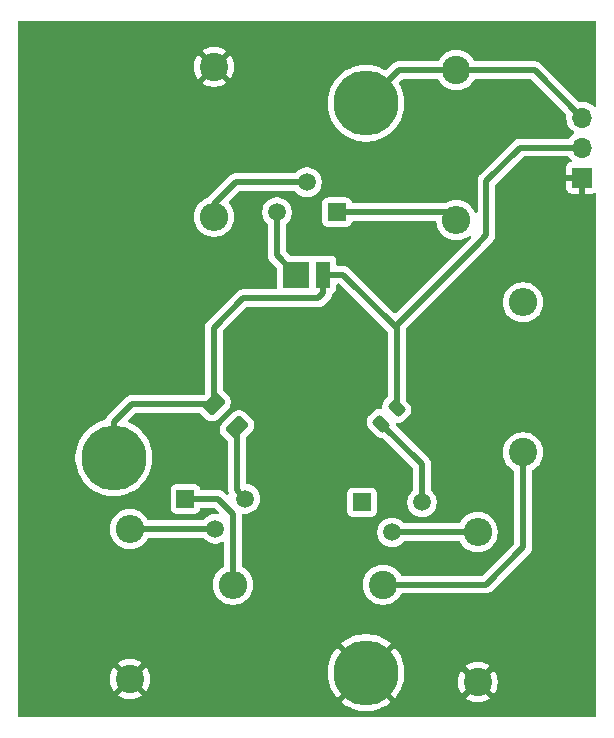
<source format=gtl>
G04 #@! TF.GenerationSoftware,KiCad,Pcbnew,9.0.0*
G04 #@! TF.CreationDate,2025-04-29T16:13:28+03:00*
G04 #@! TF.ProjectId,LED-BOARD,4c45442d-424f-4415-9244-2e6b69636164,rev?*
G04 #@! TF.SameCoordinates,Original*
G04 #@! TF.FileFunction,Copper,L1,Top*
G04 #@! TF.FilePolarity,Positive*
%FSLAX46Y46*%
G04 Gerber Fmt 4.6, Leading zero omitted, Abs format (unit mm)*
G04 Created by KiCad (PCBNEW 9.0.0) date 2025-04-29 16:13:28*
%MOMM*%
%LPD*%
G01*
G04 APERTURE LIST*
G04 Aperture macros list*
%AMRoundRect*
0 Rectangle with rounded corners*
0 $1 Rounding radius*
0 $2 $3 $4 $5 $6 $7 $8 $9 X,Y pos of 4 corners*
0 Add a 4 corners polygon primitive as box body*
4,1,4,$2,$3,$4,$5,$6,$7,$8,$9,$2,$3,0*
0 Add four circle primitives for the rounded corners*
1,1,$1+$1,$2,$3*
1,1,$1+$1,$4,$5*
1,1,$1+$1,$6,$7*
1,1,$1+$1,$8,$9*
0 Add four rect primitives between the rounded corners*
20,1,$1+$1,$2,$3,$4,$5,0*
20,1,$1+$1,$4,$5,$6,$7,0*
20,1,$1+$1,$6,$7,$8,$9,0*
20,1,$1+$1,$8,$9,$2,$3,0*%
G04 Aperture macros list end*
G04 #@! TA.AperFunction,ComponentPad*
%ADD10C,5.500000*%
G04 #@! TD*
G04 #@! TA.AperFunction,ComponentPad*
%ADD11C,2.400000*%
G04 #@! TD*
G04 #@! TA.AperFunction,ComponentPad*
%ADD12O,2.400000X2.400000*%
G04 #@! TD*
G04 #@! TA.AperFunction,ComponentPad*
%ADD13R,1.500000X1.500000*%
G04 #@! TD*
G04 #@! TA.AperFunction,ComponentPad*
%ADD14C,1.500000*%
G04 #@! TD*
G04 #@! TA.AperFunction,SMDPad,CuDef*
%ADD15RoundRect,0.250000X0.707107X0.176777X0.176777X0.707107X-0.707107X-0.176777X-0.176777X-0.707107X0*%
G04 #@! TD*
G04 #@! TA.AperFunction,ComponentPad*
%ADD16R,1.700000X1.700000*%
G04 #@! TD*
G04 #@! TA.AperFunction,ComponentPad*
%ADD17O,1.700000X1.700000*%
G04 #@! TD*
G04 #@! TA.AperFunction,SMDPad,CuDef*
%ADD18R,2.200000X2.200000*%
G04 #@! TD*
G04 #@! TA.AperFunction,SMDPad,CuDef*
%ADD19R,1.250000X2.200000*%
G04 #@! TD*
G04 #@! TA.AperFunction,SMDPad,CuDef*
%ADD20RoundRect,0.243750X0.150260X-0.494975X0.494975X-0.150260X-0.150260X0.494975X-0.494975X0.150260X0*%
G04 #@! TD*
G04 #@! TA.AperFunction,Conductor*
%ADD21C,0.500000*%
G04 #@! TD*
G04 APERTURE END LIST*
D10*
X128150000Y-64050000D03*
D11*
X141450000Y-93600000D03*
D12*
X141450000Y-80900000D03*
D13*
X125690000Y-73270000D03*
D14*
X123150000Y-70730000D03*
X120609999Y-73270001D03*
D11*
X137600000Y-113050000D03*
D12*
X137600000Y-100350000D03*
D15*
X117239950Y-91489949D03*
X115260050Y-89510051D03*
D11*
X135800000Y-61250000D03*
D12*
X135800000Y-73950000D03*
D13*
X127810001Y-97830000D03*
D14*
X130350001Y-100370000D03*
X132890001Y-97830001D03*
D13*
X112860000Y-97530001D03*
D14*
X115400000Y-100070001D03*
X117940002Y-97529999D03*
D11*
X129600000Y-104799999D03*
D12*
X116900000Y-104799999D03*
D11*
X108150000Y-112800000D03*
D12*
X108150000Y-100100000D03*
D11*
X115300000Y-60950000D03*
D12*
X115300000Y-73650000D03*
D10*
X128150000Y-112250000D03*
D16*
X146450000Y-70340000D03*
D17*
X146450000Y-67800000D03*
X146449999Y-65259999D03*
D18*
X122250000Y-78550000D03*
D19*
X124525000Y-78550000D03*
D20*
X129437088Y-91162913D03*
X130762912Y-89837087D03*
D10*
X106800000Y-94050000D03*
D21*
X115300000Y-72550000D02*
X115300000Y-73650000D01*
X117120000Y-70730000D02*
X115300000Y-72550000D01*
X123150000Y-70730000D02*
X117120000Y-70730000D01*
X135120000Y-73270000D02*
X135800000Y-73950000D01*
X125690000Y-73270000D02*
X135120000Y-73270000D01*
X137580000Y-100370000D02*
X137600000Y-100350000D01*
X130350001Y-100370000D02*
X137580000Y-100370000D01*
X108179999Y-100070001D02*
X108150000Y-100100000D01*
X115400000Y-100070001D02*
X108179999Y-100070001D01*
X115630001Y-97530001D02*
X116900000Y-98800000D01*
X112860000Y-97530001D02*
X115630001Y-97530001D01*
X116900000Y-98800000D02*
X116900000Y-104799999D01*
X141450000Y-93600000D02*
X141450000Y-101650000D01*
X146449999Y-65259999D02*
X142440000Y-61250000D01*
X135800000Y-61250000D02*
X130950000Y-61250000D01*
X142440000Y-61250000D02*
X135800000Y-61250000D01*
X130950000Y-61250000D02*
X128150000Y-64050000D01*
X138300001Y-104799999D02*
X129600000Y-104799999D01*
X141450000Y-101650000D02*
X138300001Y-104799999D01*
X120609999Y-73270001D02*
X120609999Y-76909999D01*
X120609999Y-76909999D02*
X122250000Y-78550000D01*
X132890001Y-94615826D02*
X132890001Y-97830001D01*
X129437088Y-91162913D02*
X132890001Y-94615826D01*
X117239950Y-91489949D02*
X117239950Y-96829947D01*
X117239950Y-96829947D02*
X117940002Y-97529999D01*
X130762912Y-89837087D02*
X130762912Y-83112912D01*
X108339949Y-89510051D02*
X106800000Y-91050000D01*
X124525000Y-80150000D02*
X124525000Y-78550000D01*
X137450000Y-76100000D02*
X130762912Y-82787088D01*
X124125000Y-80550000D02*
X124525000Y-80150000D01*
X106800000Y-91050000D02*
X106800000Y-94050000D01*
X146450000Y-67800000D02*
X141150000Y-67800000D01*
X138350000Y-75200000D02*
X137450000Y-76100000D01*
X115260050Y-89510051D02*
X108339949Y-89510051D01*
X130762912Y-82787088D02*
X130762912Y-83112912D01*
X126200000Y-78550000D02*
X124525000Y-78550000D01*
X130762912Y-83112912D02*
X126200000Y-78550000D01*
X117750000Y-80550000D02*
X124125000Y-80550000D01*
X141150000Y-67800000D02*
X138350000Y-70600000D01*
X115260050Y-83039950D02*
X117750000Y-80550000D01*
X138350000Y-70600000D02*
X138350000Y-75200000D01*
X115260050Y-89510051D02*
X115260050Y-83039950D01*
G04 #@! TA.AperFunction,Conductor*
G36*
X147592539Y-57070185D02*
G01*
X147638294Y-57122989D01*
X147649500Y-57174500D01*
X147649500Y-64250242D01*
X147629815Y-64317281D01*
X147577011Y-64363036D01*
X147507853Y-64372980D01*
X147444297Y-64343955D01*
X147437819Y-64337923D01*
X147329785Y-64229889D01*
X147157819Y-64104950D01*
X146968413Y-64008443D01*
X146968412Y-64008442D01*
X146968411Y-64008442D01*
X146766242Y-63942753D01*
X146766240Y-63942752D01*
X146766239Y-63942752D01*
X146595191Y-63915661D01*
X146556286Y-63909499D01*
X146343712Y-63909499D01*
X146343707Y-63909499D01*
X146248270Y-63924615D01*
X146178977Y-63915661D01*
X146141191Y-63889823D01*
X142918421Y-60667052D01*
X142918414Y-60667046D01*
X142844729Y-60617812D01*
X142844729Y-60617813D01*
X142795491Y-60584913D01*
X142658917Y-60528343D01*
X142658907Y-60528340D01*
X142513920Y-60499500D01*
X142513918Y-60499500D01*
X137401859Y-60499500D01*
X137334820Y-60479815D01*
X137294472Y-60437501D01*
X137216948Y-60303226D01*
X137177867Y-60252294D01*
X137081248Y-60126377D01*
X137081242Y-60126370D01*
X136923629Y-59968757D01*
X136923622Y-59968751D01*
X136746782Y-59833058D01*
X136746780Y-59833057D01*
X136746774Y-59833052D01*
X136553726Y-59721595D01*
X136553722Y-59721593D01*
X136347790Y-59636293D01*
X136347783Y-59636291D01*
X136347781Y-59636290D01*
X136132463Y-59578596D01*
X136132457Y-59578595D01*
X136132452Y-59578594D01*
X135911466Y-59549501D01*
X135911463Y-59549500D01*
X135911457Y-59549500D01*
X135688543Y-59549500D01*
X135688537Y-59549500D01*
X135688533Y-59549501D01*
X135467547Y-59578594D01*
X135467540Y-59578595D01*
X135467537Y-59578596D01*
X135252219Y-59636290D01*
X135252209Y-59636293D01*
X135046277Y-59721593D01*
X135046273Y-59721595D01*
X134853226Y-59833052D01*
X134853217Y-59833058D01*
X134676377Y-59968751D01*
X134676370Y-59968757D01*
X134518757Y-60126370D01*
X134518751Y-60126377D01*
X134383058Y-60303217D01*
X134383052Y-60303226D01*
X134325805Y-60402381D01*
X134305528Y-60437501D01*
X134254961Y-60485716D01*
X134198141Y-60499500D01*
X130876080Y-60499500D01*
X130731092Y-60528340D01*
X130731086Y-60528342D01*
X130594508Y-60584914D01*
X130594496Y-60584921D01*
X130545270Y-60617811D01*
X130545271Y-60617812D01*
X130471581Y-60667049D01*
X129925237Y-61213393D01*
X129863914Y-61246878D01*
X129794222Y-61241894D01*
X129779103Y-61235070D01*
X129541451Y-61108042D01*
X129541446Y-61108040D01*
X129246382Y-60985820D01*
X128940754Y-60893109D01*
X128627521Y-60830803D01*
X128627522Y-60830803D01*
X128388141Y-60807227D01*
X128309687Y-60799500D01*
X127990313Y-60799500D01*
X127917822Y-60806639D01*
X127672477Y-60830803D01*
X127359245Y-60893109D01*
X127053617Y-60985820D01*
X126758553Y-61108040D01*
X126758548Y-61108042D01*
X126476905Y-61258584D01*
X126476877Y-61258601D01*
X126211361Y-61436012D01*
X126211338Y-61436029D01*
X125964459Y-61638638D01*
X125738638Y-61864459D01*
X125536029Y-62111338D01*
X125536012Y-62111361D01*
X125358601Y-62376877D01*
X125358584Y-62376905D01*
X125208042Y-62658548D01*
X125208040Y-62658553D01*
X125085820Y-62953617D01*
X124993109Y-63259245D01*
X124930803Y-63572477D01*
X124906639Y-63817822D01*
X124899500Y-63890313D01*
X124899500Y-64209687D01*
X124909019Y-64306340D01*
X124930803Y-64527522D01*
X124993109Y-64840754D01*
X125085820Y-65146382D01*
X125208040Y-65441446D01*
X125208042Y-65441451D01*
X125358584Y-65723094D01*
X125358601Y-65723122D01*
X125536012Y-65988638D01*
X125536029Y-65988661D01*
X125738638Y-66235540D01*
X125964459Y-66461361D01*
X125964464Y-66461365D01*
X125964465Y-66461366D01*
X126211344Y-66663975D01*
X126211351Y-66663980D01*
X126211361Y-66663987D01*
X126476877Y-66841398D01*
X126476882Y-66841401D01*
X126476894Y-66841409D01*
X126476903Y-66841413D01*
X126476905Y-66841415D01*
X126758548Y-66991957D01*
X126758550Y-66991957D01*
X126758556Y-66991961D01*
X127053619Y-67114180D01*
X127359240Y-67206889D01*
X127672477Y-67269196D01*
X127990313Y-67300500D01*
X127990316Y-67300500D01*
X128309684Y-67300500D01*
X128309687Y-67300500D01*
X128627523Y-67269196D01*
X128940760Y-67206889D01*
X129246381Y-67114180D01*
X129541444Y-66991961D01*
X129823106Y-66841409D01*
X130088656Y-66663975D01*
X130335535Y-66461366D01*
X130561366Y-66235535D01*
X130763975Y-65988656D01*
X130941409Y-65723106D01*
X131091961Y-65441444D01*
X131214180Y-65146381D01*
X131306889Y-64840760D01*
X131369196Y-64527523D01*
X131400500Y-64209687D01*
X131400500Y-63890313D01*
X131369196Y-63572477D01*
X131306889Y-63259240D01*
X131214180Y-62953619D01*
X131091961Y-62658556D01*
X130964927Y-62420894D01*
X130950686Y-62352493D01*
X130975686Y-62287249D01*
X130986589Y-62274777D01*
X131224550Y-62036816D01*
X131285872Y-62003334D01*
X131312230Y-62000500D01*
X134198141Y-62000500D01*
X134265180Y-62020185D01*
X134305527Y-62062498D01*
X134383052Y-62196774D01*
X134383057Y-62196780D01*
X134383058Y-62196782D01*
X134518751Y-62373622D01*
X134518757Y-62373629D01*
X134676370Y-62531242D01*
X134676376Y-62531247D01*
X134853226Y-62666948D01*
X135046274Y-62778405D01*
X135252219Y-62863710D01*
X135467537Y-62921404D01*
X135688543Y-62950500D01*
X135688550Y-62950500D01*
X135911450Y-62950500D01*
X135911457Y-62950500D01*
X136132463Y-62921404D01*
X136347781Y-62863710D01*
X136553726Y-62778405D01*
X136746774Y-62666948D01*
X136923624Y-62531247D01*
X137081247Y-62373624D01*
X137216948Y-62196774D01*
X137294472Y-62062498D01*
X137345039Y-62014284D01*
X137401859Y-62000500D01*
X142077770Y-62000500D01*
X142144809Y-62020185D01*
X142165451Y-62036819D01*
X145079823Y-64951191D01*
X145113308Y-65012514D01*
X145114615Y-65058270D01*
X145099499Y-65153706D01*
X145099499Y-65153712D01*
X145099499Y-65366286D01*
X145132753Y-65576242D01*
X145180477Y-65723122D01*
X145198443Y-65778413D01*
X145294950Y-65967819D01*
X145419889Y-66139785D01*
X145570212Y-66290108D01*
X145742178Y-66415047D01*
X145742180Y-66415048D01*
X145742183Y-66415050D01*
X145750944Y-66419513D01*
X145801740Y-66467487D01*
X145818536Y-66535307D01*
X145796000Y-66601443D01*
X145750953Y-66640480D01*
X145742181Y-66644950D01*
X145570213Y-66769890D01*
X145419892Y-66920211D01*
X145363097Y-66998385D01*
X145307767Y-67041051D01*
X145262779Y-67049500D01*
X141076080Y-67049500D01*
X140931092Y-67078340D01*
X140931082Y-67078343D01*
X140794509Y-67134913D01*
X140794507Y-67134914D01*
X140753645Y-67162218D01*
X140753643Y-67162219D01*
X140671589Y-67217043D01*
X140671584Y-67217047D01*
X137767047Y-70121584D01*
X137767043Y-70121589D01*
X137744076Y-70155964D01*
X137744076Y-70155965D01*
X137684913Y-70244508D01*
X137628343Y-70381082D01*
X137628340Y-70381092D01*
X137599500Y-70526079D01*
X137599500Y-73227364D01*
X137579815Y-73294403D01*
X137527011Y-73340158D01*
X137457853Y-73350102D01*
X137394297Y-73321077D01*
X137360939Y-73274817D01*
X137328406Y-73196277D01*
X137328405Y-73196274D01*
X137216948Y-73003226D01*
X137081247Y-72826376D01*
X137081242Y-72826370D01*
X136923629Y-72668757D01*
X136923622Y-72668751D01*
X136746782Y-72533058D01*
X136746780Y-72533057D01*
X136746774Y-72533052D01*
X136553726Y-72421595D01*
X136553722Y-72421593D01*
X136347790Y-72336293D01*
X136347783Y-72336291D01*
X136347781Y-72336290D01*
X136132463Y-72278596D01*
X136132457Y-72278595D01*
X136132452Y-72278594D01*
X135911466Y-72249501D01*
X135911463Y-72249500D01*
X135911457Y-72249500D01*
X135688543Y-72249500D01*
X135688537Y-72249500D01*
X135688533Y-72249501D01*
X135467547Y-72278594D01*
X135467540Y-72278595D01*
X135467537Y-72278596D01*
X135327297Y-72316173D01*
X135252219Y-72336290D01*
X135252209Y-72336293D01*
X135046277Y-72421593D01*
X135046273Y-72421595D01*
X134987804Y-72455353D01*
X134905472Y-72502887D01*
X134843473Y-72519500D01*
X127056977Y-72519500D01*
X126989938Y-72499815D01*
X126944183Y-72447011D01*
X126936733Y-72419865D01*
X126935876Y-72420068D01*
X126934092Y-72412520D01*
X126883797Y-72277671D01*
X126883793Y-72277664D01*
X126797547Y-72162455D01*
X126797544Y-72162452D01*
X126682335Y-72076206D01*
X126682328Y-72076202D01*
X126547482Y-72025908D01*
X126547483Y-72025908D01*
X126487883Y-72019501D01*
X126487881Y-72019500D01*
X126487873Y-72019500D01*
X126487864Y-72019500D01*
X124892129Y-72019500D01*
X124892123Y-72019501D01*
X124832516Y-72025908D01*
X124697671Y-72076202D01*
X124697664Y-72076206D01*
X124582455Y-72162452D01*
X124582452Y-72162455D01*
X124496206Y-72277664D01*
X124496202Y-72277671D01*
X124445908Y-72412517D01*
X124439501Y-72472116D01*
X124439500Y-72472135D01*
X124439500Y-74067870D01*
X124439501Y-74067876D01*
X124445908Y-74127483D01*
X124496202Y-74262328D01*
X124496206Y-74262335D01*
X124582452Y-74377544D01*
X124582455Y-74377547D01*
X124697664Y-74463793D01*
X124697671Y-74463797D01*
X124832517Y-74514091D01*
X124832516Y-74514091D01*
X124839444Y-74514835D01*
X124892127Y-74520500D01*
X126487872Y-74520499D01*
X126547483Y-74514091D01*
X126682331Y-74463796D01*
X126797546Y-74377546D01*
X126883796Y-74262331D01*
X126934091Y-74127483D01*
X126934091Y-74127481D01*
X126935874Y-74119938D01*
X126938146Y-74120474D01*
X126960429Y-74066688D01*
X127017823Y-74026843D01*
X127056976Y-74020500D01*
X133985363Y-74020500D01*
X134052402Y-74040185D01*
X134098157Y-74092989D01*
X134108302Y-74128315D01*
X134128594Y-74282452D01*
X134128595Y-74282457D01*
X134128596Y-74282463D01*
X134177183Y-74463793D01*
X134186290Y-74497780D01*
X134186293Y-74497790D01*
X134271591Y-74703717D01*
X134271595Y-74703726D01*
X134383052Y-74896774D01*
X134383057Y-74896780D01*
X134383058Y-74896782D01*
X134518751Y-75073622D01*
X134518757Y-75073629D01*
X134676370Y-75231242D01*
X134676377Y-75231248D01*
X134793869Y-75321402D01*
X134853226Y-75366948D01*
X135046274Y-75478405D01*
X135176140Y-75532197D01*
X135232400Y-75555501D01*
X135252219Y-75563710D01*
X135467537Y-75621404D01*
X135688543Y-75650500D01*
X135688550Y-75650500D01*
X135911450Y-75650500D01*
X135911457Y-75650500D01*
X136132463Y-75621404D01*
X136347781Y-75563710D01*
X136553726Y-75478405D01*
X136746774Y-75366948D01*
X136857167Y-75282240D01*
X136882477Y-75272456D01*
X136906293Y-75259452D01*
X136914582Y-75260044D01*
X136922334Y-75257048D01*
X136948917Y-75262500D01*
X136975984Y-75264436D01*
X136982636Y-75269416D01*
X136990778Y-75271086D01*
X137010192Y-75290043D01*
X137031918Y-75306307D01*
X137034822Y-75314094D01*
X137040768Y-75319900D01*
X137046851Y-75346346D01*
X137056335Y-75371772D01*
X137054568Y-75379891D01*
X137056432Y-75387991D01*
X137047251Y-75413529D01*
X137041483Y-75440045D01*
X137034241Y-75449719D01*
X137032795Y-75453742D01*
X137020333Y-75468299D01*
X136867048Y-75621584D01*
X136867047Y-75621584D01*
X136867046Y-75621585D01*
X136867046Y-75621586D01*
X130687681Y-81800950D01*
X130626358Y-81834435D01*
X130556666Y-81829451D01*
X130512319Y-81800950D01*
X126678421Y-77967052D01*
X126678414Y-77967046D01*
X126604729Y-77917812D01*
X126604729Y-77917813D01*
X126555491Y-77884913D01*
X126418917Y-77828343D01*
X126418907Y-77828340D01*
X126273920Y-77799500D01*
X126273918Y-77799500D01*
X125774499Y-77799500D01*
X125707460Y-77779815D01*
X125661705Y-77727011D01*
X125650499Y-77675500D01*
X125650499Y-77402129D01*
X125650498Y-77402123D01*
X125649024Y-77388413D01*
X125644091Y-77342517D01*
X125633726Y-77314728D01*
X125593797Y-77207671D01*
X125593793Y-77207664D01*
X125507547Y-77092455D01*
X125507544Y-77092452D01*
X125392335Y-77006206D01*
X125392328Y-77006202D01*
X125257482Y-76955908D01*
X125257483Y-76955908D01*
X125197883Y-76949501D01*
X125197881Y-76949500D01*
X125197873Y-76949500D01*
X125197864Y-76949500D01*
X123852129Y-76949500D01*
X123852123Y-76949501D01*
X123792516Y-76955908D01*
X123668333Y-77002226D01*
X123598641Y-77007210D01*
X123581667Y-77002226D01*
X123457482Y-76955908D01*
X123457483Y-76955908D01*
X123397883Y-76949501D01*
X123397881Y-76949500D01*
X123397873Y-76949500D01*
X123397865Y-76949500D01*
X121762230Y-76949500D01*
X121695191Y-76929815D01*
X121674549Y-76913181D01*
X121396818Y-76635450D01*
X121363333Y-76574127D01*
X121360499Y-76547769D01*
X121360499Y-74333614D01*
X121380184Y-74266575D01*
X121411612Y-74233297D01*
X121424645Y-74223829D01*
X121563827Y-74084647D01*
X121679523Y-73925406D01*
X121768883Y-73750026D01*
X121829708Y-73562827D01*
X121855146Y-73402219D01*
X121860499Y-73368423D01*
X121860499Y-73171578D01*
X121829708Y-72977174D01*
X121768881Y-72789971D01*
X121679522Y-72614595D01*
X121563827Y-72455355D01*
X121424645Y-72316173D01*
X121265404Y-72200477D01*
X121090028Y-72111118D01*
X120902825Y-72050291D01*
X120708421Y-72019501D01*
X120708416Y-72019501D01*
X120511582Y-72019501D01*
X120511577Y-72019501D01*
X120317172Y-72050291D01*
X120129969Y-72111118D01*
X119954593Y-72200477D01*
X119863740Y-72266486D01*
X119795353Y-72316173D01*
X119795351Y-72316175D01*
X119795350Y-72316175D01*
X119656173Y-72455352D01*
X119656173Y-72455353D01*
X119656171Y-72455355D01*
X119643985Y-72472128D01*
X119540475Y-72614595D01*
X119451116Y-72789971D01*
X119390289Y-72977174D01*
X119359499Y-73171578D01*
X119359499Y-73368423D01*
X119390289Y-73562827D01*
X119451116Y-73750030D01*
X119496216Y-73838543D01*
X119540475Y-73925406D01*
X119656171Y-74084647D01*
X119795353Y-74223829D01*
X119808384Y-74233296D01*
X119851049Y-74288623D01*
X119859499Y-74333614D01*
X119859499Y-76983917D01*
X119859499Y-76983919D01*
X119859498Y-76983919D01*
X119888339Y-77128906D01*
X119888342Y-77128916D01*
X119944913Y-77265491D01*
X119977811Y-77314726D01*
X119977812Y-77314729D01*
X120027045Y-77388413D01*
X120027051Y-77388420D01*
X120613181Y-77974548D01*
X120646666Y-78035871D01*
X120649500Y-78062229D01*
X120649501Y-79675500D01*
X120629816Y-79742539D01*
X120577013Y-79788294D01*
X120525501Y-79799500D01*
X117676080Y-79799500D01*
X117531092Y-79828340D01*
X117531082Y-79828343D01*
X117394509Y-79884913D01*
X117394507Y-79884914D01*
X117387143Y-79889835D01*
X117383408Y-79892331D01*
X117271579Y-79967051D01*
X114677099Y-82561531D01*
X114628346Y-82634495D01*
X114628347Y-82634496D01*
X114594968Y-82684451D01*
X114594964Y-82684458D01*
X114538392Y-82821036D01*
X114538390Y-82821042D01*
X114509550Y-82966029D01*
X114509550Y-88617491D01*
X114500906Y-88646925D01*
X114494384Y-88676915D01*
X114490627Y-88681933D01*
X114489865Y-88684530D01*
X114473234Y-88705170D01*
X114455175Y-88723230D01*
X114393852Y-88756716D01*
X114367491Y-88759551D01*
X108266025Y-88759551D01*
X108237191Y-88765285D01*
X108237192Y-88765286D01*
X108121042Y-88788390D01*
X108121032Y-88788393D01*
X108041030Y-88821530D01*
X108041031Y-88821531D01*
X107984451Y-88844968D01*
X107935218Y-88877864D01*
X107861537Y-88927095D01*
X107861529Y-88927101D01*
X106217048Y-90571583D01*
X106197464Y-90600895D01*
X106197463Y-90600896D01*
X106134914Y-90694506D01*
X106081332Y-90823866D01*
X106037491Y-90878270D01*
X106002767Y-90895073D01*
X105703623Y-90985818D01*
X105408553Y-91108040D01*
X105408548Y-91108042D01*
X105126905Y-91258584D01*
X105126877Y-91258601D01*
X104861361Y-91436012D01*
X104861338Y-91436029D01*
X104614459Y-91638638D01*
X104388638Y-91864459D01*
X104186029Y-92111338D01*
X104186012Y-92111361D01*
X104008601Y-92376877D01*
X104008584Y-92376905D01*
X103858042Y-92658548D01*
X103858040Y-92658553D01*
X103735820Y-92953617D01*
X103643109Y-93259245D01*
X103580803Y-93572477D01*
X103549500Y-93890316D01*
X103549500Y-94209683D01*
X103580803Y-94527522D01*
X103643109Y-94840754D01*
X103735820Y-95146382D01*
X103858040Y-95441446D01*
X103858042Y-95441451D01*
X104008584Y-95723094D01*
X104008601Y-95723122D01*
X104186012Y-95988638D01*
X104186029Y-95988661D01*
X104388638Y-96235540D01*
X104614459Y-96461361D01*
X104614464Y-96461365D01*
X104614465Y-96461366D01*
X104861344Y-96663975D01*
X104861351Y-96663980D01*
X104861361Y-96663987D01*
X105126877Y-96841398D01*
X105126882Y-96841401D01*
X105126894Y-96841409D01*
X105126903Y-96841413D01*
X105126905Y-96841415D01*
X105408548Y-96991957D01*
X105408550Y-96991957D01*
X105408556Y-96991961D01*
X105703619Y-97114180D01*
X106009240Y-97206889D01*
X106322477Y-97269196D01*
X106640313Y-97300500D01*
X106640316Y-97300500D01*
X106959684Y-97300500D01*
X106959687Y-97300500D01*
X107277523Y-97269196D01*
X107590760Y-97206889D01*
X107896381Y-97114180D01*
X108191444Y-96991961D01*
X108473106Y-96841409D01*
X108738656Y-96663975D01*
X108985535Y-96461366D01*
X109211366Y-96235535D01*
X109413975Y-95988656D01*
X109591409Y-95723106D01*
X109741961Y-95441444D01*
X109864180Y-95146381D01*
X109956889Y-94840760D01*
X110019196Y-94527523D01*
X110050500Y-94209687D01*
X110050500Y-93890313D01*
X110019196Y-93572477D01*
X109956889Y-93259240D01*
X109864180Y-92953619D01*
X109741961Y-92658556D01*
X109739107Y-92653217D01*
X109591415Y-92376905D01*
X109591413Y-92376903D01*
X109591409Y-92376894D01*
X109591398Y-92376877D01*
X109413987Y-92111361D01*
X109413980Y-92111351D01*
X109413975Y-92111344D01*
X109211366Y-91864465D01*
X109211365Y-91864464D01*
X109211361Y-91864459D01*
X108985540Y-91638638D01*
X108738661Y-91436029D01*
X108738638Y-91436012D01*
X108473122Y-91258601D01*
X108473094Y-91258584D01*
X108191451Y-91108042D01*
X108191446Y-91108040D01*
X108171174Y-91099643D01*
X108088455Y-91065379D01*
X108034053Y-91021539D01*
X108011988Y-90955245D01*
X108029267Y-90887545D01*
X108048223Y-90863143D01*
X108614498Y-90296870D01*
X108675821Y-90263385D01*
X108702179Y-90260551D01*
X114013937Y-90260551D01*
X114080976Y-90280236D01*
X114101618Y-90296870D01*
X114587951Y-90783202D01*
X114637868Y-90823866D01*
X114668056Y-90848458D01*
X114668064Y-90848463D01*
X114824835Y-90927196D01*
X114824836Y-90927196D01*
X114824840Y-90927198D01*
X114995552Y-90967658D01*
X114995555Y-90967658D01*
X115170992Y-90967658D01*
X115170994Y-90967658D01*
X115341707Y-90927198D01*
X115498488Y-90848460D01*
X115578595Y-90783203D01*
X116533201Y-89828596D01*
X116598459Y-89748489D01*
X116677197Y-89591708D01*
X116717657Y-89420995D01*
X116717657Y-89245553D01*
X116677197Y-89074841D01*
X116677195Y-89074837D01*
X116677195Y-89074836D01*
X116598461Y-88918064D01*
X116598459Y-88918060D01*
X116533202Y-88837952D01*
X116046869Y-88351619D01*
X116013384Y-88290296D01*
X116010550Y-88263938D01*
X116010550Y-83402180D01*
X116030235Y-83335141D01*
X116046869Y-83314499D01*
X118024549Y-81336819D01*
X118085872Y-81303334D01*
X118112230Y-81300500D01*
X124198920Y-81300500D01*
X124296462Y-81281096D01*
X124343913Y-81271658D01*
X124480495Y-81215084D01*
X124529729Y-81182186D01*
X124603416Y-81132952D01*
X125107951Y-80628416D01*
X125190084Y-80505495D01*
X125246658Y-80368913D01*
X125275500Y-80223918D01*
X125275500Y-80223466D01*
X125275567Y-80223236D01*
X125276097Y-80217858D01*
X125277117Y-80217958D01*
X125295185Y-80156427D01*
X125347989Y-80110672D01*
X125356156Y-80107288D01*
X125392331Y-80093796D01*
X125507546Y-80007546D01*
X125593796Y-79892331D01*
X125644091Y-79757483D01*
X125650500Y-79697873D01*
X125650500Y-79424500D01*
X125653050Y-79415814D01*
X125651762Y-79406853D01*
X125662740Y-79382812D01*
X125670185Y-79357461D01*
X125677025Y-79351533D01*
X125680787Y-79343297D01*
X125703021Y-79329007D01*
X125722989Y-79311706D01*
X125733503Y-79309418D01*
X125739565Y-79305523D01*
X125774500Y-79300500D01*
X125837770Y-79300500D01*
X125904809Y-79320185D01*
X125925451Y-79336819D01*
X129976093Y-83387461D01*
X130009578Y-83448784D01*
X130012412Y-83475142D01*
X130012412Y-88838462D01*
X129992727Y-88905501D01*
X129976093Y-88926143D01*
X129706608Y-89195627D01*
X129706602Y-89195633D01*
X129681325Y-89226663D01*
X129641892Y-89275070D01*
X129602851Y-89352807D01*
X129563810Y-89430544D01*
X129548260Y-89496154D01*
X129525614Y-89591708D01*
X129523687Y-89599837D01*
X129523687Y-89773818D01*
X129523878Y-89774624D01*
X129523847Y-89775195D01*
X129524525Y-89780990D01*
X129523534Y-89781105D01*
X129520185Y-89844396D01*
X129479357Y-89901095D01*
X129414356Y-89926720D01*
X129381013Y-89924336D01*
X129380991Y-89924526D01*
X129376791Y-89924035D01*
X129374635Y-89923881D01*
X129373820Y-89923688D01*
X129373818Y-89923688D01*
X129199837Y-89923688D01*
X129086976Y-89950436D01*
X129030545Y-89963811D01*
X128988960Y-89984696D01*
X128875071Y-90041893D01*
X128837128Y-90072802D01*
X128795634Y-90106603D01*
X128380778Y-90521459D01*
X128351728Y-90557119D01*
X128316068Y-90600896D01*
X128269056Y-90694505D01*
X128237986Y-90756370D01*
X128231625Y-90783211D01*
X128197863Y-90925662D01*
X128197863Y-91099643D01*
X128237986Y-91268934D01*
X128316068Y-91424410D01*
X128380778Y-91503846D01*
X129096155Y-92219223D01*
X129175591Y-92283933D01*
X129331067Y-92362015D01*
X129500358Y-92402138D01*
X129563583Y-92402138D01*
X129630622Y-92421823D01*
X129651264Y-92438457D01*
X132103182Y-94890374D01*
X132136667Y-94951697D01*
X132139501Y-94978055D01*
X132139501Y-96766386D01*
X132119816Y-96833425D01*
X132088389Y-96866702D01*
X132075357Y-96876170D01*
X131936172Y-97015356D01*
X131820477Y-97174595D01*
X131731118Y-97349971D01*
X131670291Y-97537174D01*
X131639501Y-97731578D01*
X131639501Y-97928423D01*
X131670291Y-98122827D01*
X131731118Y-98310030D01*
X131819671Y-98483824D01*
X131820477Y-98485406D01*
X131936173Y-98644647D01*
X132075355Y-98783829D01*
X132234596Y-98899525D01*
X132257347Y-98911117D01*
X132409971Y-98988883D01*
X132409973Y-98988883D01*
X132409976Y-98988885D01*
X132510318Y-99021488D01*
X132597174Y-99049710D01*
X132791579Y-99080501D01*
X132791584Y-99080501D01*
X132988423Y-99080501D01*
X133182827Y-99049710D01*
X133370026Y-98988885D01*
X133545406Y-98899525D01*
X133704647Y-98783829D01*
X133843829Y-98644647D01*
X133959525Y-98485406D01*
X134048885Y-98310026D01*
X134109710Y-98122827D01*
X134140501Y-97928423D01*
X134140501Y-97731578D01*
X134109710Y-97537174D01*
X134081488Y-97450318D01*
X134048885Y-97349976D01*
X134048883Y-97349973D01*
X134048883Y-97349971D01*
X133990137Y-97234676D01*
X133959525Y-97174596D01*
X133843829Y-97015355D01*
X133704647Y-96876173D01*
X133704646Y-96876172D01*
X133704644Y-96876170D01*
X133691613Y-96866702D01*
X133648949Y-96811371D01*
X133640501Y-96766386D01*
X133640501Y-94541905D01*
X133611660Y-94396918D01*
X133611659Y-94396917D01*
X133611659Y-94396913D01*
X133611657Y-94396908D01*
X133555088Y-94260337D01*
X133555081Y-94260324D01*
X133472953Y-94137411D01*
X133472952Y-94137410D01*
X133368417Y-94032875D01*
X130712632Y-91377089D01*
X130699016Y-91352154D01*
X130682755Y-91328855D01*
X130681244Y-91319607D01*
X130679147Y-91315766D01*
X130676403Y-91294137D01*
X130676313Y-91291778D01*
X130676313Y-91226183D01*
X130673329Y-91213593D01*
X130672868Y-91201507D01*
X130678579Y-91178899D01*
X130679810Y-91155614D01*
X130686977Y-91145658D01*
X130689982Y-91133765D01*
X130707009Y-91117834D01*
X130720633Y-91098911D01*
X130732045Y-91094410D01*
X130741003Y-91086030D01*
X130763940Y-91081833D01*
X130785632Y-91073280D01*
X130803652Y-91074568D01*
X130809732Y-91073456D01*
X130814282Y-91075328D01*
X130818986Y-91075664D01*
X130819009Y-91075474D01*
X130823236Y-91075968D01*
X130825375Y-91076121D01*
X130826181Y-91076312D01*
X130826182Y-91076312D01*
X131000161Y-91076312D01*
X131000163Y-91076312D01*
X131169454Y-91036189D01*
X131324929Y-90958107D01*
X131404365Y-90893397D01*
X131819222Y-90478540D01*
X131883932Y-90399104D01*
X131962014Y-90243629D01*
X132002137Y-90074338D01*
X132002137Y-89900357D01*
X131962014Y-89731066D01*
X131883932Y-89575590D01*
X131819222Y-89496154D01*
X131549731Y-89226663D01*
X131516246Y-89165340D01*
X131513412Y-89138982D01*
X131513412Y-83149316D01*
X131533097Y-83082277D01*
X131549726Y-83061640D01*
X133822817Y-80788549D01*
X139749500Y-80788549D01*
X139749500Y-81011450D01*
X139749501Y-81011466D01*
X139778594Y-81232452D01*
X139778595Y-81232457D01*
X139778596Y-81232463D01*
X139797586Y-81303334D01*
X139836290Y-81447780D01*
X139836293Y-81447790D01*
X139921593Y-81653722D01*
X139921595Y-81653726D01*
X140033052Y-81846774D01*
X140033057Y-81846780D01*
X140033058Y-81846782D01*
X140168751Y-82023622D01*
X140168757Y-82023629D01*
X140326370Y-82181242D01*
X140326376Y-82181247D01*
X140503226Y-82316948D01*
X140696274Y-82428405D01*
X140902219Y-82513710D01*
X141117537Y-82571404D01*
X141338543Y-82600500D01*
X141338550Y-82600500D01*
X141561450Y-82600500D01*
X141561457Y-82600500D01*
X141782463Y-82571404D01*
X141997781Y-82513710D01*
X142203726Y-82428405D01*
X142396774Y-82316948D01*
X142573624Y-82181247D01*
X142731247Y-82023624D01*
X142866948Y-81846774D01*
X142978405Y-81653726D01*
X143063710Y-81447781D01*
X143121404Y-81232463D01*
X143150500Y-81011457D01*
X143150500Y-80788543D01*
X143121404Y-80567537D01*
X143063710Y-80352219D01*
X142978405Y-80146274D01*
X142866948Y-79953226D01*
X142814530Y-79884913D01*
X142731248Y-79776377D01*
X142731242Y-79776370D01*
X142573629Y-79618757D01*
X142573622Y-79618751D01*
X142396782Y-79483058D01*
X142396780Y-79483057D01*
X142396774Y-79483052D01*
X142203726Y-79371595D01*
X142203722Y-79371593D01*
X141997790Y-79286293D01*
X141997783Y-79286291D01*
X141997781Y-79286290D01*
X141782463Y-79228596D01*
X141782457Y-79228595D01*
X141782452Y-79228594D01*
X141561466Y-79199501D01*
X141561463Y-79199500D01*
X141561457Y-79199500D01*
X141338543Y-79199500D01*
X141338537Y-79199500D01*
X141338533Y-79199501D01*
X141117547Y-79228594D01*
X141117540Y-79228595D01*
X141117537Y-79228596D01*
X140902219Y-79286290D01*
X140902209Y-79286293D01*
X140696277Y-79371593D01*
X140696273Y-79371595D01*
X140503226Y-79483052D01*
X140503217Y-79483058D01*
X140326377Y-79618751D01*
X140326370Y-79618757D01*
X140168757Y-79776370D01*
X140168751Y-79776377D01*
X140033058Y-79953217D01*
X140033052Y-79953226D01*
X139921595Y-80146273D01*
X139921593Y-80146277D01*
X139836293Y-80352209D01*
X139836290Y-80352219D01*
X139795219Y-80505501D01*
X139778597Y-80567534D01*
X139778594Y-80567547D01*
X139749501Y-80788533D01*
X139749500Y-80788549D01*
X133822817Y-80788549D01*
X137918206Y-76693159D01*
X137918211Y-76693156D01*
X137928414Y-76682952D01*
X137928416Y-76682952D01*
X138932951Y-75678416D01*
X139015084Y-75555495D01*
X139071658Y-75418913D01*
X139091055Y-75321402D01*
X139100500Y-75273920D01*
X139100500Y-70962230D01*
X139120185Y-70895191D01*
X139136819Y-70874549D01*
X141424549Y-68586819D01*
X141485872Y-68553334D01*
X141512230Y-68550500D01*
X145262779Y-68550500D01*
X145329818Y-68570185D01*
X145363097Y-68601615D01*
X145419892Y-68679788D01*
X145533818Y-68793714D01*
X145567303Y-68855037D01*
X145562319Y-68924729D01*
X145520447Y-68980662D01*
X145489471Y-68997577D01*
X145357912Y-69046646D01*
X145357906Y-69046649D01*
X145242812Y-69132809D01*
X145242809Y-69132812D01*
X145156649Y-69247906D01*
X145156645Y-69247913D01*
X145106403Y-69382620D01*
X145106401Y-69382627D01*
X145100000Y-69442155D01*
X145100000Y-70090000D01*
X146016988Y-70090000D01*
X145984075Y-70147007D01*
X145950000Y-70274174D01*
X145950000Y-70405826D01*
X145984075Y-70532993D01*
X146016988Y-70590000D01*
X145100000Y-70590000D01*
X145100000Y-71237844D01*
X145106401Y-71297372D01*
X145106403Y-71297379D01*
X145156645Y-71432086D01*
X145156649Y-71432093D01*
X145242809Y-71547187D01*
X145242812Y-71547190D01*
X145357906Y-71633350D01*
X145357913Y-71633354D01*
X145492620Y-71683596D01*
X145492627Y-71683598D01*
X145552155Y-71689999D01*
X145552172Y-71690000D01*
X146200000Y-71690000D01*
X146200000Y-70773012D01*
X146257007Y-70805925D01*
X146384174Y-70840000D01*
X146515826Y-70840000D01*
X146642993Y-70805925D01*
X146700000Y-70773012D01*
X146700000Y-71690000D01*
X147347828Y-71690000D01*
X147347844Y-71689999D01*
X147407372Y-71683598D01*
X147407383Y-71683595D01*
X147482166Y-71655703D01*
X147551857Y-71650718D01*
X147613181Y-71684202D01*
X147646666Y-71745525D01*
X147649500Y-71771884D01*
X147649500Y-115925500D01*
X147629815Y-115992539D01*
X147577011Y-116038294D01*
X147525500Y-116049500D01*
X98774500Y-116049500D01*
X98707461Y-116029815D01*
X98661706Y-115977011D01*
X98650500Y-115925500D01*
X98650500Y-112688575D01*
X106450000Y-112688575D01*
X106450000Y-112911424D01*
X106479085Y-113132354D01*
X106479088Y-113132367D01*
X106536763Y-113347618D01*
X106622045Y-113553502D01*
X106622054Y-113553520D01*
X106733464Y-113746491D01*
X106733473Y-113746504D01*
X106784040Y-113812403D01*
X106784043Y-113812403D01*
X107585387Y-113011059D01*
X107590889Y-113031591D01*
X107669881Y-113168408D01*
X107781592Y-113280119D01*
X107918409Y-113359111D01*
X107938940Y-113364612D01*
X107137595Y-114165955D01*
X107137595Y-114165956D01*
X107203507Y-114216533D01*
X107396485Y-114327949D01*
X107396497Y-114327954D01*
X107602381Y-114413236D01*
X107817632Y-114470911D01*
X107817645Y-114470914D01*
X108038575Y-114500000D01*
X108261425Y-114500000D01*
X108482354Y-114470914D01*
X108482367Y-114470911D01*
X108697618Y-114413236D01*
X108903502Y-114327954D01*
X108903514Y-114327949D01*
X109096498Y-114216530D01*
X109162403Y-114165957D01*
X109162404Y-114165956D01*
X108361059Y-113364612D01*
X108381591Y-113359111D01*
X108518408Y-113280119D01*
X108630119Y-113168408D01*
X108709111Y-113031591D01*
X108714612Y-113011059D01*
X109515956Y-113812404D01*
X109515957Y-113812403D01*
X109566530Y-113746498D01*
X109677949Y-113553514D01*
X109677954Y-113553502D01*
X109763236Y-113347618D01*
X109820911Y-113132367D01*
X109820914Y-113132354D01*
X109850000Y-112911424D01*
X109850000Y-112688575D01*
X109820914Y-112467645D01*
X109820911Y-112467632D01*
X109763236Y-112252381D01*
X109714510Y-112134747D01*
X109696116Y-112090341D01*
X124900000Y-112090341D01*
X124900000Y-112409658D01*
X124931298Y-112727438D01*
X124931301Y-112727455D01*
X124993591Y-113040617D01*
X124993594Y-113040628D01*
X125086292Y-113346213D01*
X125208493Y-113641232D01*
X125208495Y-113641237D01*
X125359014Y-113922837D01*
X125359025Y-113922855D01*
X125536422Y-114188348D01*
X125536432Y-114188362D01*
X125681418Y-114365027D01*
X126855747Y-113190697D01*
X126929588Y-113292330D01*
X127107670Y-113470412D01*
X127209301Y-113544251D01*
X126034971Y-114718580D01*
X126034972Y-114718581D01*
X126211637Y-114863567D01*
X126211651Y-114863577D01*
X126477144Y-115040974D01*
X126477162Y-115040985D01*
X126758762Y-115191504D01*
X126758767Y-115191506D01*
X127053786Y-115313707D01*
X127359371Y-115406405D01*
X127359382Y-115406408D01*
X127672544Y-115468698D01*
X127672561Y-115468701D01*
X127990341Y-115500000D01*
X128309659Y-115500000D01*
X128627438Y-115468701D01*
X128627455Y-115468698D01*
X128940617Y-115406408D01*
X128940628Y-115406405D01*
X129246213Y-115313707D01*
X129541232Y-115191506D01*
X129541237Y-115191504D01*
X129822837Y-115040985D01*
X129822855Y-115040974D01*
X130088348Y-114863577D01*
X130088361Y-114863567D01*
X130265026Y-114718581D01*
X130265027Y-114718580D01*
X129090698Y-113544251D01*
X129192330Y-113470412D01*
X129370412Y-113292330D01*
X129444251Y-113190698D01*
X130618580Y-114365027D01*
X130618581Y-114365026D01*
X130680698Y-114289338D01*
X130763567Y-114188361D01*
X130763577Y-114188348D01*
X130940974Y-113922855D01*
X130940985Y-113922837D01*
X131091504Y-113641237D01*
X131091506Y-113641232D01*
X131213707Y-113346213D01*
X131306405Y-113040628D01*
X131306408Y-113040617D01*
X131326705Y-112938575D01*
X135900000Y-112938575D01*
X135900000Y-113161424D01*
X135929085Y-113382354D01*
X135929088Y-113382367D01*
X135986763Y-113597618D01*
X136072045Y-113803502D01*
X136072054Y-113803520D01*
X136183464Y-113996491D01*
X136183473Y-113996504D01*
X136234040Y-114062403D01*
X136234043Y-114062403D01*
X137035387Y-113261059D01*
X137040889Y-113281591D01*
X137119881Y-113418408D01*
X137231592Y-113530119D01*
X137368409Y-113609111D01*
X137388940Y-113614612D01*
X136587595Y-114415955D01*
X136587595Y-114415956D01*
X136653507Y-114466533D01*
X136846485Y-114577949D01*
X136846497Y-114577954D01*
X137052381Y-114663236D01*
X137267632Y-114720911D01*
X137267645Y-114720914D01*
X137488575Y-114750000D01*
X137711425Y-114750000D01*
X137932354Y-114720914D01*
X137932367Y-114720911D01*
X138147618Y-114663236D01*
X138353502Y-114577954D01*
X138353514Y-114577949D01*
X138546498Y-114466530D01*
X138612403Y-114415957D01*
X138612404Y-114415956D01*
X137811059Y-113614612D01*
X137831591Y-113609111D01*
X137968408Y-113530119D01*
X138080119Y-113418408D01*
X138159111Y-113281591D01*
X138164612Y-113261059D01*
X138965956Y-114062404D01*
X138965957Y-114062403D01*
X139016530Y-113996498D01*
X139127949Y-113803514D01*
X139127954Y-113803502D01*
X139213236Y-113597618D01*
X139270911Y-113382367D01*
X139270914Y-113382354D01*
X139300000Y-113161424D01*
X139300000Y-112938575D01*
X139270914Y-112717645D01*
X139270911Y-112717632D01*
X139213236Y-112502381D01*
X139127954Y-112296497D01*
X139127949Y-112296485D01*
X139016533Y-112103507D01*
X138965956Y-112037595D01*
X138965955Y-112037595D01*
X138164612Y-112838939D01*
X138159111Y-112818409D01*
X138080119Y-112681592D01*
X137968408Y-112569881D01*
X137831591Y-112490889D01*
X137811058Y-112485387D01*
X138612403Y-111684043D01*
X138612403Y-111684040D01*
X138546504Y-111633473D01*
X138546491Y-111633464D01*
X138353520Y-111522054D01*
X138353502Y-111522045D01*
X138147618Y-111436763D01*
X137932367Y-111379088D01*
X137932354Y-111379085D01*
X137711425Y-111350000D01*
X137488575Y-111350000D01*
X137267645Y-111379085D01*
X137267632Y-111379088D01*
X137052381Y-111436763D01*
X136846497Y-111522045D01*
X136846479Y-111522054D01*
X136653511Y-111633462D01*
X136587595Y-111684042D01*
X137388941Y-112485387D01*
X137368409Y-112490889D01*
X137231592Y-112569881D01*
X137119881Y-112681592D01*
X137040889Y-112818409D01*
X137035387Y-112838940D01*
X136234042Y-112037595D01*
X136183462Y-112103511D01*
X136072054Y-112296479D01*
X136072045Y-112296497D01*
X135986763Y-112502381D01*
X135929088Y-112717632D01*
X135929085Y-112717645D01*
X135900000Y-112938575D01*
X131326705Y-112938575D01*
X131332324Y-112910326D01*
X131368698Y-112727455D01*
X131368701Y-112727438D01*
X131400000Y-112409658D01*
X131400000Y-112090341D01*
X131368701Y-111772561D01*
X131368698Y-111772544D01*
X131365445Y-111756186D01*
X131306408Y-111459382D01*
X131306405Y-111459371D01*
X131213707Y-111153786D01*
X131091506Y-110858767D01*
X131091504Y-110858762D01*
X130940985Y-110577162D01*
X130940974Y-110577144D01*
X130763577Y-110311651D01*
X130763567Y-110311637D01*
X130618581Y-110134972D01*
X130618580Y-110134971D01*
X129444251Y-111309300D01*
X129370412Y-111207670D01*
X129192330Y-111029588D01*
X129090698Y-110955748D01*
X130265027Y-109781418D01*
X130088362Y-109636432D01*
X130088348Y-109636422D01*
X129822855Y-109459025D01*
X129822837Y-109459014D01*
X129541237Y-109308495D01*
X129541232Y-109308493D01*
X129246213Y-109186292D01*
X128940628Y-109093594D01*
X128940617Y-109093591D01*
X128627455Y-109031301D01*
X128627438Y-109031298D01*
X128309659Y-109000000D01*
X127990341Y-109000000D01*
X127672561Y-109031298D01*
X127672544Y-109031301D01*
X127359382Y-109093591D01*
X127359371Y-109093594D01*
X127053786Y-109186292D01*
X126758767Y-109308493D01*
X126758762Y-109308495D01*
X126477162Y-109459014D01*
X126477144Y-109459025D01*
X126211651Y-109636422D01*
X126211650Y-109636423D01*
X126034971Y-109781418D01*
X127209301Y-110955748D01*
X127107670Y-111029588D01*
X126929588Y-111207670D01*
X126855748Y-111309301D01*
X125681418Y-110134971D01*
X125536423Y-110311650D01*
X125536422Y-110311651D01*
X125359025Y-110577144D01*
X125359014Y-110577162D01*
X125208495Y-110858762D01*
X125208493Y-110858767D01*
X125086292Y-111153786D01*
X124993594Y-111459371D01*
X124993591Y-111459382D01*
X124931301Y-111772544D01*
X124931298Y-111772561D01*
X124900000Y-112090341D01*
X109696116Y-112090341D01*
X109677952Y-112046492D01*
X109677949Y-112046485D01*
X109566533Y-111853507D01*
X109515956Y-111787595D01*
X109515955Y-111787595D01*
X108714612Y-112588939D01*
X108709111Y-112568409D01*
X108630119Y-112431592D01*
X108518408Y-112319881D01*
X108381591Y-112240889D01*
X108361058Y-112235387D01*
X109162403Y-111434043D01*
X109162403Y-111434040D01*
X109096504Y-111383473D01*
X109096491Y-111383464D01*
X108903520Y-111272054D01*
X108903502Y-111272045D01*
X108697618Y-111186763D01*
X108482367Y-111129088D01*
X108482354Y-111129085D01*
X108261425Y-111100000D01*
X108038575Y-111100000D01*
X107817645Y-111129085D01*
X107817632Y-111129088D01*
X107602381Y-111186763D01*
X107396497Y-111272045D01*
X107396479Y-111272054D01*
X107203511Y-111383462D01*
X107137595Y-111434042D01*
X107938941Y-112235387D01*
X107918409Y-112240889D01*
X107781592Y-112319881D01*
X107669881Y-112431592D01*
X107590889Y-112568409D01*
X107585387Y-112588940D01*
X106784042Y-111787595D01*
X106733462Y-111853511D01*
X106622054Y-112046479D01*
X106622045Y-112046497D01*
X106536763Y-112252381D01*
X106479088Y-112467632D01*
X106479085Y-112467645D01*
X106450000Y-112688575D01*
X98650500Y-112688575D01*
X98650500Y-99988549D01*
X106449500Y-99988549D01*
X106449500Y-100211450D01*
X106449501Y-100211466D01*
X106478594Y-100432452D01*
X106478595Y-100432457D01*
X106478596Y-100432463D01*
X106536290Y-100647780D01*
X106536293Y-100647790D01*
X106621593Y-100853722D01*
X106621595Y-100853726D01*
X106733052Y-101046774D01*
X106733057Y-101046780D01*
X106733058Y-101046782D01*
X106868751Y-101223622D01*
X106868757Y-101223629D01*
X107026370Y-101381242D01*
X107026377Y-101381248D01*
X107146762Y-101473622D01*
X107203226Y-101516948D01*
X107396274Y-101628405D01*
X107602219Y-101713710D01*
X107817537Y-101771404D01*
X108038543Y-101800500D01*
X108038550Y-101800500D01*
X108261450Y-101800500D01*
X108261457Y-101800500D01*
X108482463Y-101771404D01*
X108697781Y-101713710D01*
X108903726Y-101628405D01*
X109096774Y-101516948D01*
X109273624Y-101381247D01*
X109431247Y-101223624D01*
X109566948Y-101046774D01*
X109627148Y-100942503D01*
X109661792Y-100882501D01*
X109712359Y-100834285D01*
X109769179Y-100820501D01*
X114336386Y-100820501D01*
X114403425Y-100840186D01*
X114436702Y-100871613D01*
X114446172Y-100884647D01*
X114585354Y-101023829D01*
X114744595Y-101139525D01*
X114807572Y-101171613D01*
X114919970Y-101228883D01*
X114919972Y-101228883D01*
X114919975Y-101228885D01*
X114997058Y-101253931D01*
X115107173Y-101289710D01*
X115301578Y-101320501D01*
X115301583Y-101320501D01*
X115498422Y-101320501D01*
X115692826Y-101289710D01*
X115698797Y-101287770D01*
X115880025Y-101228885D01*
X115880030Y-101228882D01*
X115880034Y-101228881D01*
X115969205Y-101183446D01*
X116037874Y-101170549D01*
X116102614Y-101196825D01*
X116142872Y-101253931D01*
X116149500Y-101293930D01*
X116149500Y-103198140D01*
X116129815Y-103265179D01*
X116087501Y-103305527D01*
X115953226Y-103383051D01*
X115953217Y-103383057D01*
X115776377Y-103518750D01*
X115776370Y-103518756D01*
X115618757Y-103676369D01*
X115618751Y-103676376D01*
X115483058Y-103853216D01*
X115483052Y-103853225D01*
X115371595Y-104046272D01*
X115371593Y-104046276D01*
X115286293Y-104252208D01*
X115286290Y-104252218D01*
X115228597Y-104467533D01*
X115228594Y-104467546D01*
X115199501Y-104688532D01*
X115199500Y-104688548D01*
X115199500Y-104911449D01*
X115199501Y-104911465D01*
X115228594Y-105132451D01*
X115228595Y-105132456D01*
X115228596Y-105132462D01*
X115228597Y-105132464D01*
X115286290Y-105347779D01*
X115286293Y-105347789D01*
X115371593Y-105553721D01*
X115371595Y-105553725D01*
X115483052Y-105746773D01*
X115483057Y-105746779D01*
X115483058Y-105746781D01*
X115618751Y-105923621D01*
X115618757Y-105923628D01*
X115776370Y-106081241D01*
X115776376Y-106081246D01*
X115953226Y-106216947D01*
X116146274Y-106328404D01*
X116352219Y-106413709D01*
X116567537Y-106471403D01*
X116788543Y-106500499D01*
X116788550Y-106500499D01*
X117011450Y-106500499D01*
X117011457Y-106500499D01*
X117232463Y-106471403D01*
X117447781Y-106413709D01*
X117653726Y-106328404D01*
X117846774Y-106216947D01*
X118023624Y-106081246D01*
X118181247Y-105923623D01*
X118316948Y-105746773D01*
X118428405Y-105553725D01*
X118513710Y-105347780D01*
X118571404Y-105132462D01*
X118600500Y-104911456D01*
X118600500Y-104688548D01*
X127899500Y-104688548D01*
X127899500Y-104911449D01*
X127899501Y-104911465D01*
X127928594Y-105132451D01*
X127928595Y-105132456D01*
X127928596Y-105132462D01*
X127928597Y-105132464D01*
X127986290Y-105347779D01*
X127986293Y-105347789D01*
X128071593Y-105553721D01*
X128071595Y-105553725D01*
X128183052Y-105746773D01*
X128183057Y-105746779D01*
X128183058Y-105746781D01*
X128318751Y-105923621D01*
X128318757Y-105923628D01*
X128476370Y-106081241D01*
X128476376Y-106081246D01*
X128653226Y-106216947D01*
X128846274Y-106328404D01*
X129052219Y-106413709D01*
X129267537Y-106471403D01*
X129488543Y-106500499D01*
X129488550Y-106500499D01*
X129711450Y-106500499D01*
X129711457Y-106500499D01*
X129932463Y-106471403D01*
X130147781Y-106413709D01*
X130353726Y-106328404D01*
X130546774Y-106216947D01*
X130723624Y-106081246D01*
X130881247Y-105923623D01*
X131016948Y-105746773D01*
X131094472Y-105612497D01*
X131145039Y-105564283D01*
X131201859Y-105550499D01*
X138373921Y-105550499D01*
X138471463Y-105531095D01*
X138518914Y-105521657D01*
X138655496Y-105465083D01*
X138704730Y-105432185D01*
X138778417Y-105382951D01*
X142032951Y-102128416D01*
X142115084Y-102005495D01*
X142171658Y-101868913D01*
X142200500Y-101723918D01*
X142200500Y-101576083D01*
X142200500Y-95201858D01*
X142220185Y-95134819D01*
X142262498Y-95094472D01*
X142396774Y-95016948D01*
X142573624Y-94881247D01*
X142731247Y-94723624D01*
X142866948Y-94546774D01*
X142978405Y-94353726D01*
X143063710Y-94147781D01*
X143121404Y-93932463D01*
X143150500Y-93711457D01*
X143150500Y-93488543D01*
X143121404Y-93267537D01*
X143063710Y-93052219D01*
X142978405Y-92846274D01*
X142866948Y-92653226D01*
X142731247Y-92476376D01*
X142731242Y-92476370D01*
X142573629Y-92318757D01*
X142573622Y-92318751D01*
X142396782Y-92183058D01*
X142396780Y-92183057D01*
X142396774Y-92183052D01*
X142203726Y-92071595D01*
X142203722Y-92071593D01*
X141997790Y-91986293D01*
X141997783Y-91986291D01*
X141997781Y-91986290D01*
X141782463Y-91928596D01*
X141782457Y-91928595D01*
X141782452Y-91928594D01*
X141561466Y-91899501D01*
X141561463Y-91899500D01*
X141561457Y-91899500D01*
X141338543Y-91899500D01*
X141338537Y-91899500D01*
X141338533Y-91899501D01*
X141117547Y-91928594D01*
X141117540Y-91928595D01*
X141117537Y-91928596D01*
X140902219Y-91986290D01*
X140902209Y-91986293D01*
X140696277Y-92071593D01*
X140696273Y-92071595D01*
X140503226Y-92183052D01*
X140503217Y-92183058D01*
X140326377Y-92318751D01*
X140326370Y-92318757D01*
X140168757Y-92476370D01*
X140168751Y-92476377D01*
X140033058Y-92653217D01*
X140033052Y-92653226D01*
X139921595Y-92846273D01*
X139921593Y-92846277D01*
X139836293Y-93052209D01*
X139836290Y-93052219D01*
X139778597Y-93267534D01*
X139778594Y-93267547D01*
X139749501Y-93488533D01*
X139749500Y-93488549D01*
X139749500Y-93711450D01*
X139749501Y-93711466D01*
X139778594Y-93932452D01*
X139778595Y-93932457D01*
X139778596Y-93932463D01*
X139836290Y-94147780D01*
X139836293Y-94147790D01*
X139882912Y-94260337D01*
X139921595Y-94353726D01*
X140033052Y-94546774D01*
X140033057Y-94546780D01*
X140033058Y-94546782D01*
X140168751Y-94723622D01*
X140168757Y-94723629D01*
X140326370Y-94881242D01*
X140326377Y-94881248D01*
X140385603Y-94926693D01*
X140503226Y-95016948D01*
X140637501Y-95094472D01*
X140685716Y-95145038D01*
X140699500Y-95201858D01*
X140699500Y-101287770D01*
X140679815Y-101354809D01*
X140663181Y-101375451D01*
X138025452Y-104013180D01*
X137964129Y-104046665D01*
X137937771Y-104049499D01*
X131201859Y-104049499D01*
X131134820Y-104029814D01*
X131094472Y-103987500D01*
X131016948Y-103853225D01*
X130881247Y-103676375D01*
X130881242Y-103676369D01*
X130723629Y-103518756D01*
X130723622Y-103518750D01*
X130546782Y-103383057D01*
X130546780Y-103383056D01*
X130546774Y-103383051D01*
X130353726Y-103271594D01*
X130353722Y-103271592D01*
X130147790Y-103186292D01*
X130147783Y-103186290D01*
X130147781Y-103186289D01*
X129932463Y-103128595D01*
X129932457Y-103128594D01*
X129932452Y-103128593D01*
X129711466Y-103099500D01*
X129711463Y-103099499D01*
X129711457Y-103099499D01*
X129488543Y-103099499D01*
X129488537Y-103099499D01*
X129488533Y-103099500D01*
X129267547Y-103128593D01*
X129267540Y-103128594D01*
X129267537Y-103128595D01*
X129052219Y-103186289D01*
X129052209Y-103186292D01*
X128846277Y-103271592D01*
X128846273Y-103271594D01*
X128653226Y-103383051D01*
X128653217Y-103383057D01*
X128476377Y-103518750D01*
X128476370Y-103518756D01*
X128318757Y-103676369D01*
X128318751Y-103676376D01*
X128183058Y-103853216D01*
X128183052Y-103853225D01*
X128071595Y-104046272D01*
X128071593Y-104046276D01*
X127986293Y-104252208D01*
X127986290Y-104252218D01*
X127928597Y-104467533D01*
X127928594Y-104467546D01*
X127899501Y-104688532D01*
X127899500Y-104688548D01*
X118600500Y-104688548D01*
X118600500Y-104688542D01*
X118571404Y-104467536D01*
X118513710Y-104252218D01*
X118428405Y-104046273D01*
X118316948Y-103853225D01*
X118181247Y-103676375D01*
X118181242Y-103676369D01*
X118023629Y-103518756D01*
X118023622Y-103518750D01*
X117846782Y-103383057D01*
X117846780Y-103383056D01*
X117846774Y-103383051D01*
X117712498Y-103305526D01*
X117664284Y-103254960D01*
X117650500Y-103198140D01*
X117650500Y-100271577D01*
X129099501Y-100271577D01*
X129099501Y-100468422D01*
X129130291Y-100662826D01*
X129191118Y-100850029D01*
X129215454Y-100897790D01*
X129280477Y-101025405D01*
X129396173Y-101184646D01*
X129535355Y-101323828D01*
X129694596Y-101439524D01*
X129761531Y-101473629D01*
X129869971Y-101528882D01*
X129869973Y-101528882D01*
X129869976Y-101528884D01*
X129970318Y-101561487D01*
X130057174Y-101589709D01*
X130251579Y-101620500D01*
X130251584Y-101620500D01*
X130448423Y-101620500D01*
X130642827Y-101589709D01*
X130684763Y-101576083D01*
X130830026Y-101528884D01*
X131005406Y-101439524D01*
X131164647Y-101323828D01*
X131303829Y-101184646D01*
X131313298Y-101171612D01*
X131368629Y-101128948D01*
X131413615Y-101120500D01*
X136009689Y-101120500D01*
X136076728Y-101140185D01*
X136117075Y-101182499D01*
X136183052Y-101296774D01*
X136183054Y-101296777D01*
X136183055Y-101296778D01*
X136318751Y-101473622D01*
X136318757Y-101473629D01*
X136476370Y-101631242D01*
X136476376Y-101631247D01*
X136653226Y-101766948D01*
X136846274Y-101878405D01*
X137052219Y-101963710D01*
X137267537Y-102021404D01*
X137488543Y-102050500D01*
X137488550Y-102050500D01*
X137711450Y-102050500D01*
X137711457Y-102050500D01*
X137932463Y-102021404D01*
X138147781Y-101963710D01*
X138353726Y-101878405D01*
X138546774Y-101766948D01*
X138723624Y-101631247D01*
X138881247Y-101473624D01*
X139016948Y-101296774D01*
X139128405Y-101103726D01*
X139213710Y-100897781D01*
X139271404Y-100682463D01*
X139300500Y-100461457D01*
X139300500Y-100238543D01*
X139271404Y-100017537D01*
X139213710Y-99802219D01*
X139199348Y-99767547D01*
X139177415Y-99714594D01*
X139128405Y-99596274D01*
X139016948Y-99403226D01*
X138881247Y-99226376D01*
X138881242Y-99226370D01*
X138723629Y-99068757D01*
X138723622Y-99068751D01*
X138546782Y-98933058D01*
X138546780Y-98933057D01*
X138546774Y-98933052D01*
X138353726Y-98821595D01*
X138353722Y-98821593D01*
X138147790Y-98736293D01*
X138147783Y-98736291D01*
X138147781Y-98736290D01*
X137932463Y-98678596D01*
X137932457Y-98678595D01*
X137932452Y-98678594D01*
X137711466Y-98649501D01*
X137711463Y-98649500D01*
X137711457Y-98649500D01*
X137488543Y-98649500D01*
X137488537Y-98649500D01*
X137488533Y-98649501D01*
X137267547Y-98678594D01*
X137267540Y-98678595D01*
X137267537Y-98678596D01*
X137098855Y-98723794D01*
X137052219Y-98736290D01*
X137052209Y-98736293D01*
X136846277Y-98821593D01*
X136846273Y-98821595D01*
X136653226Y-98933052D01*
X136653217Y-98933058D01*
X136476377Y-99068751D01*
X136476370Y-99068757D01*
X136318757Y-99226370D01*
X136318751Y-99226377D01*
X136183058Y-99403217D01*
X136183048Y-99403232D01*
X136175576Y-99416174D01*
X136093980Y-99557501D01*
X136043415Y-99605716D01*
X135986595Y-99619500D01*
X131413615Y-99619500D01*
X131346576Y-99599815D01*
X131313298Y-99568387D01*
X131303829Y-99555354D01*
X131164649Y-99416174D01*
X131164647Y-99416172D01*
X131005406Y-99300476D01*
X131004111Y-99299816D01*
X130830030Y-99211117D01*
X130642827Y-99150290D01*
X130448423Y-99119500D01*
X130448418Y-99119500D01*
X130251584Y-99119500D01*
X130251579Y-99119500D01*
X130057174Y-99150290D01*
X129869971Y-99211117D01*
X129694595Y-99300476D01*
X129603742Y-99366485D01*
X129535355Y-99416172D01*
X129535353Y-99416174D01*
X129535352Y-99416174D01*
X129396175Y-99555351D01*
X129396175Y-99555352D01*
X129396173Y-99555354D01*
X129366443Y-99596274D01*
X129280477Y-99714594D01*
X129191118Y-99889970D01*
X129130291Y-100077173D01*
X129099501Y-100271577D01*
X117650500Y-100271577D01*
X117650500Y-98895418D01*
X117670185Y-98828379D01*
X117722989Y-98782624D01*
X117792147Y-98772680D01*
X117793704Y-98772915D01*
X117841585Y-98780499D01*
X117841588Y-98780499D01*
X118038424Y-98780499D01*
X118232828Y-98749708D01*
X118236989Y-98748356D01*
X118420027Y-98688883D01*
X118595407Y-98599523D01*
X118754648Y-98483827D01*
X118893830Y-98344645D01*
X119009526Y-98185404D01*
X119098886Y-98010024D01*
X119159711Y-97822825D01*
X119174163Y-97731578D01*
X119190502Y-97628421D01*
X119190502Y-97431576D01*
X119159711Y-97237172D01*
X119129557Y-97144370D01*
X119098886Y-97049974D01*
X119089797Y-97032135D01*
X126559501Y-97032135D01*
X126559501Y-98627870D01*
X126559502Y-98627876D01*
X126565909Y-98687483D01*
X126616203Y-98822328D01*
X126616207Y-98822335D01*
X126702453Y-98937544D01*
X126702456Y-98937547D01*
X126817665Y-99023793D01*
X126817672Y-99023797D01*
X126952518Y-99074091D01*
X126952517Y-99074091D01*
X126959445Y-99074835D01*
X127012128Y-99080500D01*
X128607873Y-99080499D01*
X128667484Y-99074091D01*
X128802332Y-99023796D01*
X128917547Y-98937546D01*
X129003797Y-98822331D01*
X129054092Y-98687483D01*
X129060501Y-98627873D01*
X129060500Y-97032128D01*
X129054092Y-96972517D01*
X129044592Y-96947047D01*
X129003798Y-96837671D01*
X129003794Y-96837664D01*
X128917548Y-96722455D01*
X128917545Y-96722452D01*
X128802336Y-96636206D01*
X128802329Y-96636202D01*
X128667483Y-96585908D01*
X128667484Y-96585908D01*
X128607884Y-96579501D01*
X128607882Y-96579500D01*
X128607874Y-96579500D01*
X128607865Y-96579500D01*
X127012130Y-96579500D01*
X127012124Y-96579501D01*
X126952517Y-96585908D01*
X126817672Y-96636202D01*
X126817665Y-96636206D01*
X126702456Y-96722452D01*
X126702453Y-96722455D01*
X126616207Y-96837664D01*
X126616203Y-96837671D01*
X126565909Y-96972517D01*
X126563819Y-96991961D01*
X126559502Y-97032123D01*
X126559501Y-97032135D01*
X119089797Y-97032135D01*
X119009526Y-96874594D01*
X118893830Y-96715353D01*
X118754648Y-96576171D01*
X118595407Y-96460475D01*
X118420031Y-96371116D01*
X118232828Y-96310289D01*
X118095052Y-96288468D01*
X118031917Y-96258539D01*
X117994986Y-96199227D01*
X117990450Y-96165995D01*
X117990450Y-92382507D01*
X118010135Y-92315468D01*
X118026769Y-92294826D01*
X118250002Y-92071593D01*
X118513101Y-91808494D01*
X118578359Y-91728387D01*
X118657097Y-91571606D01*
X118697557Y-91400893D01*
X118697557Y-91225451D01*
X118657097Y-91054739D01*
X118657095Y-91054735D01*
X118657095Y-91054734D01*
X118578361Y-90897962D01*
X118578359Y-90897958D01*
X118513102Y-90817850D01*
X117912049Y-90216798D01*
X117871995Y-90184169D01*
X117831943Y-90151541D01*
X117831935Y-90151536D01*
X117675164Y-90072803D01*
X117675160Y-90072802D01*
X117504448Y-90032342D01*
X117329006Y-90032342D01*
X117158293Y-90072802D01*
X117158289Y-90072803D01*
X117001516Y-90151537D01*
X117001509Y-90151541D01*
X116921415Y-90216788D01*
X116921397Y-90216804D01*
X115966806Y-91171396D01*
X115966787Y-91171417D01*
X115901546Y-91251503D01*
X115901537Y-91251516D01*
X115822804Y-91408288D01*
X115822803Y-91408291D01*
X115822803Y-91408292D01*
X115782343Y-91579005D01*
X115782343Y-91754447D01*
X115808417Y-91864459D01*
X115822804Y-91925163D01*
X115901538Y-92081935D01*
X115901541Y-92081940D01*
X115966798Y-92162048D01*
X116226573Y-92421823D01*
X116453131Y-92648380D01*
X116486616Y-92709703D01*
X116489450Y-92736061D01*
X116489450Y-96903869D01*
X116515036Y-97032498D01*
X116508809Y-97102089D01*
X116465946Y-97157267D01*
X116400056Y-97180511D01*
X116332059Y-97164443D01*
X116305738Y-97144370D01*
X116108422Y-96947053D01*
X116108415Y-96947047D01*
X116034730Y-96897813D01*
X116034730Y-96897814D01*
X115985492Y-96864914D01*
X115848918Y-96808344D01*
X115848908Y-96808341D01*
X115703921Y-96779501D01*
X115703919Y-96779501D01*
X114226977Y-96779501D01*
X114159938Y-96759816D01*
X114114183Y-96707012D01*
X114106733Y-96679866D01*
X114105876Y-96680069D01*
X114104092Y-96672521D01*
X114090547Y-96636206D01*
X114053796Y-96537670D01*
X114053795Y-96537669D01*
X114053793Y-96537665D01*
X113967547Y-96422456D01*
X113967544Y-96422453D01*
X113852335Y-96336207D01*
X113852328Y-96336203D01*
X113717482Y-96285909D01*
X113717483Y-96285909D01*
X113657883Y-96279502D01*
X113657881Y-96279501D01*
X113657873Y-96279501D01*
X113657864Y-96279501D01*
X112062129Y-96279501D01*
X112062123Y-96279502D01*
X112002516Y-96285909D01*
X111867671Y-96336203D01*
X111867664Y-96336207D01*
X111752455Y-96422453D01*
X111752452Y-96422456D01*
X111666206Y-96537665D01*
X111666202Y-96537672D01*
X111615908Y-96672518D01*
X111609501Y-96732117D01*
X111609500Y-96732136D01*
X111609500Y-98327871D01*
X111609501Y-98327877D01*
X111615908Y-98387484D01*
X111666202Y-98522329D01*
X111666206Y-98522336D01*
X111752452Y-98637545D01*
X111752455Y-98637548D01*
X111867664Y-98723794D01*
X111867671Y-98723798D01*
X112002517Y-98774092D01*
X112002516Y-98774092D01*
X112009444Y-98774836D01*
X112062127Y-98780501D01*
X113657872Y-98780500D01*
X113717483Y-98774092D01*
X113852331Y-98723797D01*
X113967546Y-98637547D01*
X114053796Y-98522332D01*
X114104091Y-98387484D01*
X114104091Y-98387482D01*
X114105874Y-98379939D01*
X114108146Y-98380475D01*
X114130429Y-98326689D01*
X114187823Y-98286844D01*
X114226976Y-98280501D01*
X115267771Y-98280501D01*
X115334810Y-98300186D01*
X115355452Y-98316820D01*
X115655973Y-98617341D01*
X115689458Y-98678664D01*
X115684474Y-98748356D01*
X115642602Y-98804289D01*
X115577138Y-98828706D01*
X115548894Y-98827495D01*
X115498422Y-98819501D01*
X115498417Y-98819501D01*
X115301583Y-98819501D01*
X115301578Y-98819501D01*
X115107173Y-98850291D01*
X114919970Y-98911118D01*
X114744594Y-99000477D01*
X114676832Y-99049710D01*
X114585354Y-99116173D01*
X114585352Y-99116175D01*
X114585351Y-99116175D01*
X114446171Y-99255355D01*
X114436703Y-99268388D01*
X114381372Y-99311053D01*
X114336386Y-99319501D01*
X109734539Y-99319501D01*
X109667500Y-99299816D01*
X109627152Y-99257502D01*
X109566948Y-99153226D01*
X109527867Y-99102294D01*
X109431248Y-98976377D01*
X109431242Y-98976370D01*
X109273629Y-98818757D01*
X109273622Y-98818751D01*
X109096782Y-98683058D01*
X109096780Y-98683057D01*
X109096774Y-98683052D01*
X108903726Y-98571595D01*
X108903722Y-98571593D01*
X108697790Y-98486293D01*
X108697783Y-98486291D01*
X108697781Y-98486290D01*
X108482463Y-98428596D01*
X108482457Y-98428595D01*
X108482452Y-98428594D01*
X108261466Y-98399501D01*
X108261463Y-98399500D01*
X108261457Y-98399500D01*
X108038543Y-98399500D01*
X108038537Y-98399500D01*
X108038533Y-98399501D01*
X107817547Y-98428594D01*
X107817540Y-98428595D01*
X107817537Y-98428596D01*
X107611422Y-98483824D01*
X107602219Y-98486290D01*
X107602209Y-98486293D01*
X107396277Y-98571593D01*
X107396273Y-98571595D01*
X107203226Y-98683052D01*
X107203217Y-98683058D01*
X107026377Y-98818751D01*
X107026370Y-98818757D01*
X106868757Y-98976370D01*
X106868751Y-98976377D01*
X106733058Y-99153217D01*
X106733052Y-99153226D01*
X106621595Y-99346273D01*
X106621593Y-99346277D01*
X106536293Y-99552209D01*
X106536290Y-99552219D01*
X106478597Y-99767534D01*
X106478594Y-99767547D01*
X106449501Y-99988533D01*
X106449500Y-99988549D01*
X98650500Y-99988549D01*
X98650500Y-73538549D01*
X113599500Y-73538549D01*
X113599500Y-73761450D01*
X113599501Y-73761466D01*
X113628594Y-73982452D01*
X113628595Y-73982457D01*
X113628596Y-73982463D01*
X113665432Y-74119938D01*
X113686290Y-74197780D01*
X113686293Y-74197790D01*
X113760750Y-74377544D01*
X113771595Y-74403726D01*
X113883052Y-74596774D01*
X113883057Y-74596780D01*
X113883058Y-74596782D01*
X114018751Y-74773622D01*
X114018757Y-74773629D01*
X114176370Y-74931242D01*
X114176377Y-74931248D01*
X114296243Y-75023224D01*
X114353226Y-75066948D01*
X114546274Y-75178405D01*
X114595592Y-75198833D01*
X114749297Y-75262500D01*
X114752219Y-75263710D01*
X114967537Y-75321404D01*
X115188543Y-75350500D01*
X115188550Y-75350500D01*
X115411450Y-75350500D01*
X115411457Y-75350500D01*
X115632463Y-75321404D01*
X115847781Y-75263710D01*
X116053726Y-75178405D01*
X116246774Y-75066948D01*
X116423624Y-74931247D01*
X116581247Y-74773624D01*
X116716948Y-74596774D01*
X116828405Y-74403726D01*
X116913710Y-74197781D01*
X116971404Y-73982463D01*
X117000500Y-73761457D01*
X117000500Y-73538543D01*
X116971404Y-73317537D01*
X116913710Y-73102219D01*
X116828405Y-72896274D01*
X116716948Y-72703226D01*
X116648940Y-72614596D01*
X116581248Y-72526377D01*
X116581242Y-72526370D01*
X116570800Y-72515928D01*
X116537315Y-72454605D01*
X116542299Y-72384913D01*
X116570798Y-72340568D01*
X117394548Y-71516819D01*
X117455871Y-71483334D01*
X117482229Y-71480500D01*
X122086386Y-71480500D01*
X122153425Y-71500185D01*
X122186702Y-71531612D01*
X122196172Y-71544646D01*
X122335354Y-71683828D01*
X122494595Y-71799524D01*
X122577455Y-71841743D01*
X122669970Y-71888882D01*
X122669972Y-71888882D01*
X122669975Y-71888884D01*
X122770317Y-71921487D01*
X122857173Y-71949709D01*
X123051578Y-71980500D01*
X123051583Y-71980500D01*
X123248422Y-71980500D01*
X123442826Y-71949709D01*
X123630025Y-71888884D01*
X123805405Y-71799524D01*
X123964646Y-71683828D01*
X124103828Y-71544646D01*
X124219524Y-71385405D01*
X124308884Y-71210025D01*
X124369709Y-71022826D01*
X124400500Y-70828422D01*
X124400500Y-70631577D01*
X124369709Y-70437173D01*
X124338135Y-70340000D01*
X124308884Y-70249975D01*
X124308882Y-70249972D01*
X124308882Y-70249970D01*
X124256440Y-70147047D01*
X124219524Y-70074595D01*
X124103828Y-69915354D01*
X123964646Y-69776172D01*
X123805405Y-69660476D01*
X123630029Y-69571117D01*
X123442826Y-69510290D01*
X123248422Y-69479500D01*
X123248417Y-69479500D01*
X123051583Y-69479500D01*
X123051578Y-69479500D01*
X122857173Y-69510290D01*
X122669970Y-69571117D01*
X122494594Y-69660476D01*
X122403741Y-69726485D01*
X122335354Y-69776172D01*
X122335352Y-69776174D01*
X122335351Y-69776174D01*
X122196171Y-69915354D01*
X122186703Y-69928387D01*
X122131372Y-69971052D01*
X122086386Y-69979500D01*
X117046076Y-69979500D01*
X117017242Y-69985234D01*
X117017243Y-69985235D01*
X116901093Y-70008339D01*
X116901083Y-70008342D01*
X116821081Y-70041479D01*
X116821082Y-70041480D01*
X116764505Y-70064915D01*
X116702835Y-70106121D01*
X116697503Y-70109685D01*
X116682372Y-70119795D01*
X116641585Y-70147047D01*
X116641581Y-70147050D01*
X114769869Y-72018761D01*
X114729641Y-72045641D01*
X114546278Y-72121593D01*
X114546273Y-72121595D01*
X114353226Y-72233052D01*
X114353217Y-72233058D01*
X114176377Y-72368751D01*
X114176370Y-72368757D01*
X114018757Y-72526370D01*
X114018751Y-72526377D01*
X113883058Y-72703217D01*
X113883052Y-72703226D01*
X113771595Y-72896273D01*
X113771593Y-72896277D01*
X113686293Y-73102209D01*
X113686290Y-73102219D01*
X113661089Y-73196273D01*
X113628597Y-73317534D01*
X113628594Y-73317547D01*
X113599501Y-73538533D01*
X113599500Y-73538549D01*
X98650500Y-73538549D01*
X98650500Y-60838575D01*
X113600000Y-60838575D01*
X113600000Y-61061424D01*
X113629085Y-61282354D01*
X113629088Y-61282367D01*
X113686763Y-61497618D01*
X113772045Y-61703502D01*
X113772054Y-61703520D01*
X113883464Y-61896491D01*
X113883473Y-61896504D01*
X113934040Y-61962403D01*
X113934043Y-61962403D01*
X114735387Y-61161059D01*
X114740889Y-61181591D01*
X114819881Y-61318408D01*
X114931592Y-61430119D01*
X115068409Y-61509111D01*
X115088940Y-61514612D01*
X114287595Y-62315955D01*
X114287595Y-62315956D01*
X114353507Y-62366533D01*
X114546485Y-62477949D01*
X114546497Y-62477954D01*
X114752381Y-62563236D01*
X114967632Y-62620911D01*
X114967645Y-62620914D01*
X115188575Y-62650000D01*
X115411425Y-62650000D01*
X115632354Y-62620914D01*
X115632367Y-62620911D01*
X115847618Y-62563236D01*
X116053502Y-62477954D01*
X116053514Y-62477949D01*
X116246498Y-62366530D01*
X116312403Y-62315957D01*
X116312404Y-62315956D01*
X115511059Y-61514612D01*
X115531591Y-61509111D01*
X115668408Y-61430119D01*
X115780119Y-61318408D01*
X115859111Y-61181591D01*
X115864612Y-61161059D01*
X116665956Y-61962404D01*
X116665957Y-61962403D01*
X116716530Y-61896498D01*
X116827949Y-61703514D01*
X116827954Y-61703502D01*
X116913236Y-61497618D01*
X116970911Y-61282367D01*
X116970914Y-61282354D01*
X117000000Y-61061424D01*
X117000000Y-60838575D01*
X116970914Y-60617645D01*
X116970911Y-60617632D01*
X116913236Y-60402381D01*
X116827954Y-60196497D01*
X116827949Y-60196485D01*
X116716533Y-60003507D01*
X116665956Y-59937595D01*
X116665955Y-59937595D01*
X115864612Y-60738939D01*
X115859111Y-60718409D01*
X115780119Y-60581592D01*
X115668408Y-60469881D01*
X115531591Y-60390889D01*
X115511058Y-60385387D01*
X116312403Y-59584043D01*
X116312403Y-59584040D01*
X116246504Y-59533473D01*
X116246491Y-59533464D01*
X116053520Y-59422054D01*
X116053502Y-59422045D01*
X115847618Y-59336763D01*
X115632367Y-59279088D01*
X115632354Y-59279085D01*
X115411425Y-59250000D01*
X115188575Y-59250000D01*
X114967645Y-59279085D01*
X114967632Y-59279088D01*
X114752381Y-59336763D01*
X114546497Y-59422045D01*
X114546479Y-59422054D01*
X114353511Y-59533462D01*
X114287595Y-59584042D01*
X115088941Y-60385387D01*
X115068409Y-60390889D01*
X114931592Y-60469881D01*
X114819881Y-60581592D01*
X114740889Y-60718409D01*
X114735387Y-60738940D01*
X113934042Y-59937595D01*
X113883462Y-60003511D01*
X113772054Y-60196479D01*
X113772045Y-60196497D01*
X113686763Y-60402381D01*
X113629088Y-60617632D01*
X113629085Y-60617645D01*
X113600000Y-60838575D01*
X98650500Y-60838575D01*
X98650500Y-57174500D01*
X98670185Y-57107461D01*
X98722989Y-57061706D01*
X98774500Y-57050500D01*
X147525500Y-57050500D01*
X147592539Y-57070185D01*
G37*
G04 #@! TD.AperFunction*
M02*

</source>
